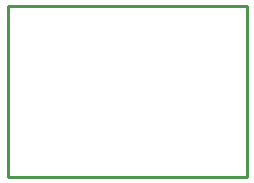
<source format=gm1>
G04*
G04 #@! TF.GenerationSoftware,Altium Limited,Altium Designer,19.1.5 (86)*
G04*
G04 Layer_Color=16711935*
%FSLAX25Y25*%
%MOIN*%
G70*
G01*
G75*
%ADD21C,0.01000*%
D21*
X381890Y409449D02*
Y466535D01*
X461614D01*
Y409449D02*
Y466535D01*
X381890Y409449D02*
X461614D01*
M02*

</source>
